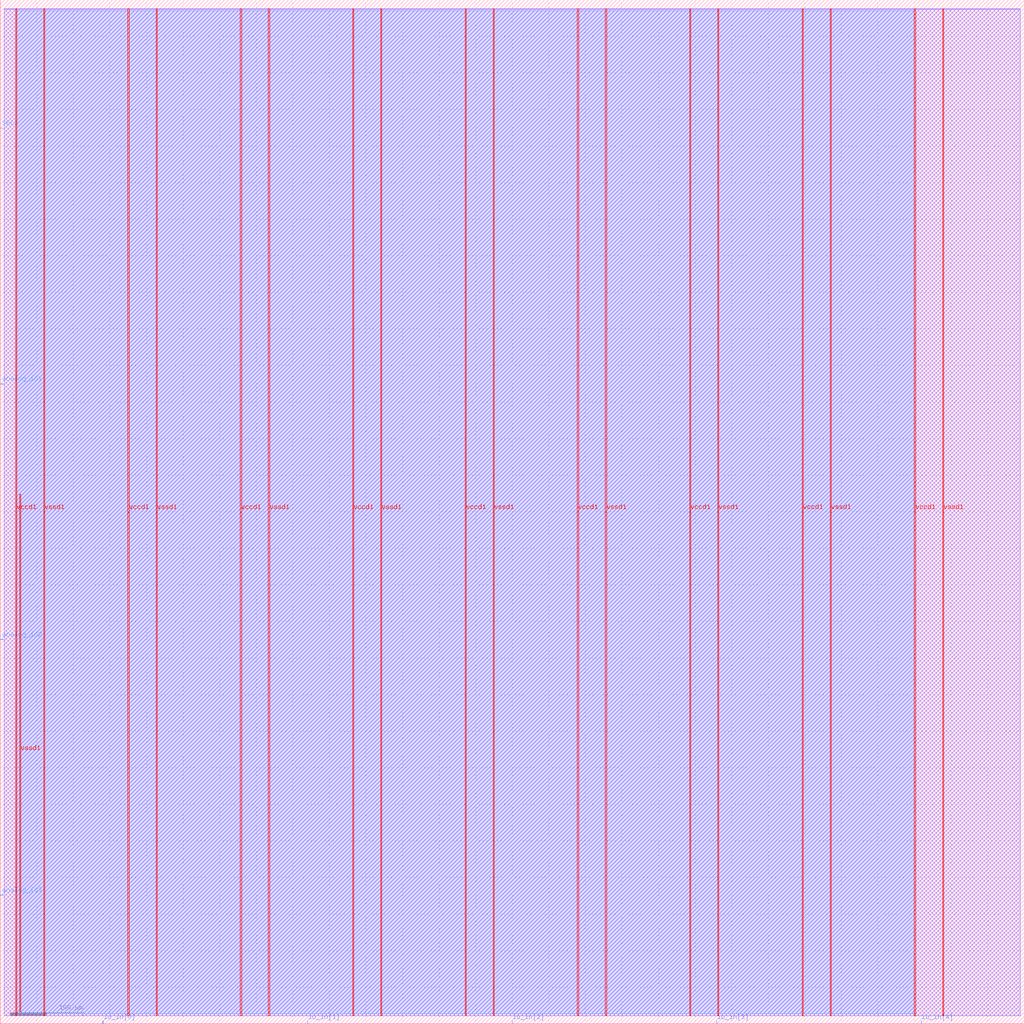
<source format=lef>
VERSION 5.7 ;
  NOWIREEXTENSIONATPIN ON ;
  DIVIDERCHAR "/" ;
  BUSBITCHARS "[]" ;
MACRO user_proj_example
  CLASS BLOCK ;
  FOREIGN user_proj_example ;
  ORIGIN 0.000 0.000 ;
  SIZE 1400.000 BY 1400.000 ;
  PIN SEL2
    DIRECTION INPUT ;
    USE SIGNAL ;
    PORT
      LAYER met3 ;
        RECT 0.000 1224.040 4.000 1224.640 ;
    END
  END SEL2
  PIN analog_io1
    DIRECTION INPUT ;
    USE SIGNAL ;
    PORT
      LAYER met3 ;
        RECT 0.000 874.520 4.000 875.120 ;
    END
  END analog_io1
  PIN analog_io2
    DIRECTION INOUT ;
    USE SIGNAL ;
    PORT
      LAYER met3 ;
        RECT 0.000 525.000 4.000 525.600 ;
    END
  END analog_io2
  PIN analog_io3
    DIRECTION INPUT ;
    USE SIGNAL ;
    PORT
      LAYER met3 ;
        RECT 0.000 175.480 4.000 176.080 ;
    END
  END analog_io3
  PIN io_in[0]
    DIRECTION INPUT ;
    USE SIGNAL ;
    PORT
      LAYER met2 ;
        RECT 140.390 0.000 140.670 4.000 ;
    END
  END io_in[0]
  PIN io_in[1]
    DIRECTION INPUT ;
    USE SIGNAL ;
    PORT
      LAYER met2 ;
        RECT 420.070 0.000 420.350 4.000 ;
    END
  END io_in[1]
  PIN io_in[2]
    DIRECTION INPUT ;
    USE SIGNAL ;
    PORT
      LAYER met2 ;
        RECT 699.750 0.000 700.030 4.000 ;
    END
  END io_in[2]
  PIN io_in[3]
    DIRECTION INPUT ;
    USE SIGNAL ;
    PORT
      LAYER met2 ;
        RECT 979.430 0.000 979.710 4.000 ;
    END
  END io_in[3]
  PIN io_in[4]
    DIRECTION INPUT ;
    USE SIGNAL ;
    PORT
      LAYER met2 ;
        RECT 1259.110 0.000 1259.390 4.000 ;
    END
  END io_in[4]
  PIN vccd1
    DIRECTION INOUT ;
    USE POWER ;
    PORT
      LAYER met4 ;
        RECT 21.040 10.640 22.640 1387.440 ;
    END
    PORT
      LAYER met4 ;
        RECT 174.640 10.640 176.240 1387.440 ;
    END
    PORT
      LAYER met4 ;
        RECT 328.240 10.640 329.840 1387.440 ;
    END
    PORT
      LAYER met4 ;
        RECT 481.840 10.640 483.440 1387.440 ;
    END
    PORT
      LAYER met4 ;
        RECT 635.440 10.640 637.040 1387.440 ;
    END
    PORT
      LAYER met4 ;
        RECT 789.040 10.640 790.640 1387.440 ;
    END
    PORT
      LAYER met4 ;
        RECT 942.640 10.640 944.240 1387.440 ;
    END
    PORT
      LAYER met4 ;
        RECT 1096.240 10.640 1097.840 1387.440 ;
    END
    PORT
      LAYER met4 ;
        RECT 1249.840 10.640 1251.440 1387.440 ;
    END
  END vccd1
  PIN vssd1
    DIRECTION INOUT ;
    USE GROUND ;
    PORT
      LAYER met4 ;
        RECT 59.440 10.640 61.040 1387.440 ;
    END
    PORT
      LAYER met4 ;
        RECT 213.040 10.640 214.640 1387.440 ;
    END
    PORT
      LAYER met4 ;
        RECT 366.640 10.640 368.240 1387.440 ;
    END
    PORT
      LAYER met4 ;
        RECT 520.240 10.640 521.840 1387.440 ;
    END
    PORT
      LAYER met4 ;
        RECT 673.840 10.640 675.440 1387.440 ;
    END
    PORT
      LAYER met4 ;
        RECT 827.440 10.640 829.040 1387.440 ;
    END
    PORT
      LAYER met4 ;
        RECT 981.040 10.640 982.640 1387.440 ;
    END
    PORT
      LAYER met4 ;
        RECT 1134.640 10.640 1136.240 1387.440 ;
    END
    PORT
      LAYER met4 ;
        RECT 1288.240 10.640 1289.840 1387.440 ;
    END
    PORT
      LAYER met4 ;
        RECT 26.340 16.080 27.940 723.760 ;
    END
  END vssd1
  OBS
      LAYER li1 ;
        RECT 5.520 10.795 1394.260 1387.285 ;
      LAYER met1 ;
        RECT 5.520 10.640 1394.260 1387.440 ;
      LAYER met2 ;
        RECT 21.070 13.415 1251.410 1384.665 ;
      LAYER met3 ;
        RECT 21.050 13.435 1251.430 1384.645 ;
  END
END user_proj_example
END LIBRARY


</source>
